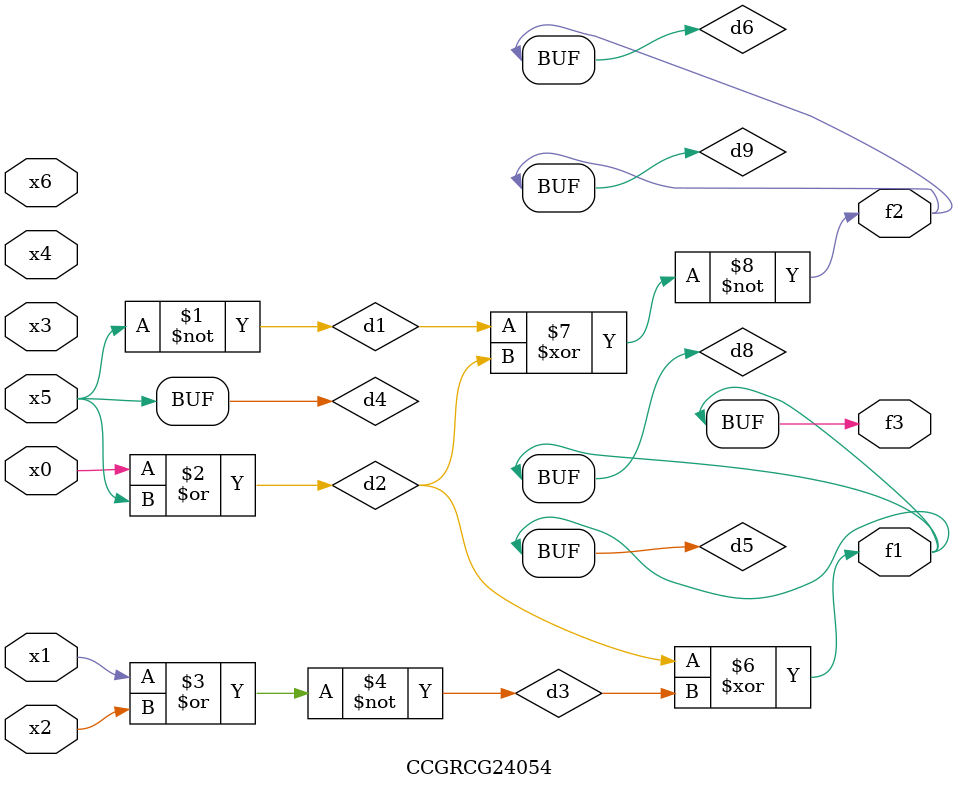
<source format=v>
module CCGRCG24054(
	input x0, x1, x2, x3, x4, x5, x6,
	output f1, f2, f3
);

	wire d1, d2, d3, d4, d5, d6, d7, d8, d9;

	nand (d1, x5);
	or (d2, x0, x5);
	nor (d3, x1, x2);
	xnor (d4, d1);
	xor (d5, d2, d3);
	xnor (d6, d1, d2);
	not (d7, x4);
	buf (d8, d5);
	xor (d9, d6);
	assign f1 = d8;
	assign f2 = d9;
	assign f3 = d8;
endmodule

</source>
